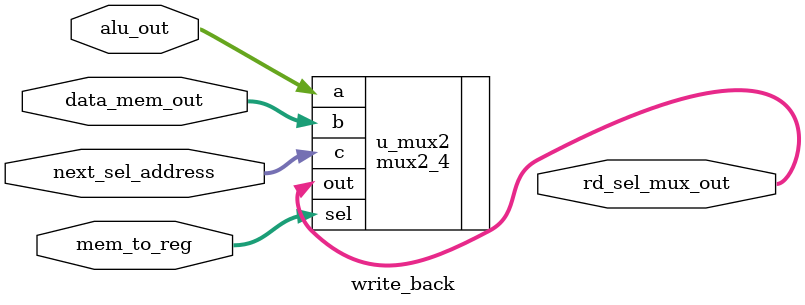
<source format=v>
module fetch_pipe(
  input wire clk, input wire rst, input wire [31:0] pre_address_pc, input wire [31:0] instruction_fetch,
  input wire flush_in, input wire load, input wire pred_taken_in, output wire pred_taken_out,
  output wire [31:0] pre_address_out, output wire [31:0] instruction
);
  reg [31:0] pre_address, instruc; reg pred_taken;
  always @ (posedge clk or negedge rst) begin
    if (!rst) begin pre_address <= 0; instruc <= 0; pred_taken <= 0; end
    else begin
      if (flush_in) begin pre_address <= 0; instruc <= 32'h00000013; pred_taken <= 0; end 
      else if (load) begin pre_address <= pre_address; instruc <= instruc; pred_taken <= pred_taken; end
      else begin pre_address <= pre_address_pc; instruc <= instruction_fetch; pred_taken <= pred_taken_in; end
    end
  end
  assign pre_address_out = pre_address; assign instruction = instruc; assign pred_taken_out = pred_taken;
endmodule

module decode_pipe(
  input wire clk, input wire rst, input wire load_in, input wire store_in, input wire jalr_in, input wire next_sel_in,
  input wire branch_result_in, input wire branch_en_in, input wire reg_write_in, input wire [4:0] rs1_in, rs2_in, 
  input wire [3:0] alu_control_in, input wire [1:0] mem_to_reg_in, input wire [31:0] opa_mux_in, opb_mux_in, opb_data_in,
  input wire [31:0] pre_address_in, instruction_in, input wire flush_in, input wire pred_taken_in, output wire pred_taken_out,
  output wire load, store, jalr_out, next_sel, branch_result, branch_en_out, reg_write_out,
  output wire [4:0] rs1_out, rs2_out, output wire [3:0] alu_control, output wire [1:0] mem_to_reg,
  output wire [31:0] opa_mux_out, opb_mux_out, opb_data_out, pre_address_out, instruction_out
 );
  reg l,s,nextsel,branch_res,jalr, branch_en, reg_write, pred_taken; reg [1:0] mem_reg; reg [3:0] alu_con;
  reg [4:0] rs1, rs2; reg [31:0] opa_mux,opb_mux,opb_data,pre_address,instruction;
  always @ (posedge clk or negedge rst) begin
    if (!rst) begin l<=0; s<=0; jalr<=0; nextsel<=0; branch_res<=0; branch_en<=0; mem_reg<=0; alu_con<=0; opa_mux<=0; opb_mux<=0; opb_data<=0; pre_address<=0; instruction<=0; reg_write<=0; rs1<=0; rs2<=0; pred_taken<=0; end
    else begin
      if (flush_in) begin l<=0; s<=0; jalr<=0; nextsel<=0; branch_res<=0; branch_en<=0; reg_write<=0; instruction<=32'h00000013; pred_taken<=0; end
      else begin l<=load_in; s<=store_in; jalr<=jalr_in; nextsel<=next_sel_in; branch_res<=branch_result_in; branch_en<=branch_en_in; mem_reg<=mem_to_reg_in; alu_con<=alu_control_in; opa_mux<=opa_mux_in; opb_mux<=opb_mux_in; opb_data<=opb_data_in; pre_address<=pre_address_in; instruction<=instruction_in; reg_write<=reg_write_in; rs1<=rs1_in; rs2<=rs2_in; pred_taken<=pred_taken_in; end
    end
  end
  assign load=l; assign store=s; assign rs1_out=rs1; assign rs2_out=rs2; assign jalr_out=jalr; assign next_sel=nextsel; assign reg_write_out=reg_write; assign branch_result=branch_res; assign branch_en_out=branch_en; assign mem_to_reg=mem_reg; assign alu_control=alu_con; assign opa_mux_out=opa_mux; assign opb_mux_out=opb_mux; assign opb_data_out=opb_data; assign instruction_out=instruction; assign pre_address_out=pre_address; assign pred_taken_out=pred_taken;
endmodule

module execute_pipe(input wire clk, input wire rst, input wire load_in, input wire store_in, input wire reg_write_in, input wire [31:0] opb_datain, input wire [31:0] alu_res, input wire [1:0] mem_reg_in, input wire [31:0] next_sel_addr, input wire [31:0] pre_address_in, input wire [31:0] instruction_in, output wire reg_write_out, output wire load_out, output wire store_out, output wire [31:0] opb_dataout, output wire [31:0] alu_res_out, output wire [1:0] mem_reg_out, output wire [31:0] next_sel_address, output wire [31:0] pre_address_out, output wire [31:0] instruction_out);
  reg load , store , reg_write; reg [1:0] mem_reg; reg [31:0] alu_result , nextsel_addr; reg [31:0] pre_address , instruction , opb_data;
  always @ (posedge clk or negedge rst) begin
    if (!rst) begin load<=0; store<=0; mem_reg<=0; opb_data<=0; pre_address<=0; instruction<=0; alu_result<=0; nextsel_addr<=0; reg_write<=0; end
    else begin load<=load_in; store<=store_in; mem_reg<=mem_reg_in; opb_data<=opb_datain; pre_address<=pre_address_in; instruction<=instruction_in; alu_result<=alu_res; nextsel_addr<=next_sel_addr; reg_write<=reg_write_in; end
  end
  assign reg_write_out=reg_write; assign load_out=load; assign store_out=store; assign mem_reg_out=mem_reg; assign opb_dataout=opb_data; assign alu_res_out=alu_result; assign pre_address_out=pre_address; assign instruction_out=instruction; assign next_sel_address=nextsel_addr;
endmodule

module memory_pipe(input wire clk, input wire rst, input wire reg_write_in, input wire [1:0] mem_reg_in, input wire [31:0] wrap_load_in, input wire [31:0] alu_res, input wire [31:0] next_sel_addr, input wire [31:0] instruction_in, input wire [31:0] pre_address_in, output wire reg_write_out, output wire [31:0] alu_res_out, output wire [1:0] mem_reg_out, output wire [31:0] next_sel_address, output wire [31:0] wrap_load_out, output wire [31:0] instruction_out, output wire [31:0] pre_address_out);
  reg reg_write; reg [1:0] mem_reg; reg [31:0] pre_address_pc; reg [31:0] alu_result , nextsel_addr , wrap_load , instruction;
  always @ (posedge clk) begin
    if (!rst) begin mem_reg<=0; alu_result<=0; nextsel_addr<=0; wrap_load<=0; instruction<=0; reg_write<=0; pre_address_pc<=0; end
    else begin mem_reg<=mem_reg_in; alu_result<=alu_res; nextsel_addr<=next_sel_addr; wrap_load<=wrap_load_in; instruction<=instruction_in; reg_write<=reg_write_in; pre_address_pc<=pre_address_in; end
  end
  assign reg_write_out=reg_write; assign mem_reg_out=mem_reg; assign alu_res_out=alu_result; assign next_sel_address=nextsel_addr; assign wrap_load_out=wrap_load; assign instruction_out=instruction; assign pre_address_out=pre_address_pc;
endmodule

module memory_stage(input wire rst, input wire load, input wire store, input wire [31:0] op_b, input wire [31:0] instruction, input wire [31:0] alu_out_address, input wire [31:0] wrap_load_in, output reg [3:0] mask, input wire data_valid, input wire valid, output wire we_re, output wire request, output wire [31:0] store_data_out, output wire [31:0] wrap_load_out);
    always @(*) mask = 4'b1111; assign we_re = store; assign request = load | store; assign store_data_out = op_b; assign wrap_load_out = wrap_load_in;
endmodule

module write_back(input wire [1:0] mem_to_reg, input wire [31:0] alu_out, input wire [31:0] data_mem_out, input wire [31:0] next_sel_address, output wire [31:0] rd_sel_mux_out);
    mux2_4 u_mux2 (.a(alu_out), .b(data_mem_out), .c(next_sel_address), .sel(mem_to_reg), .out(rd_sel_mux_out));
endmodule
</source>
